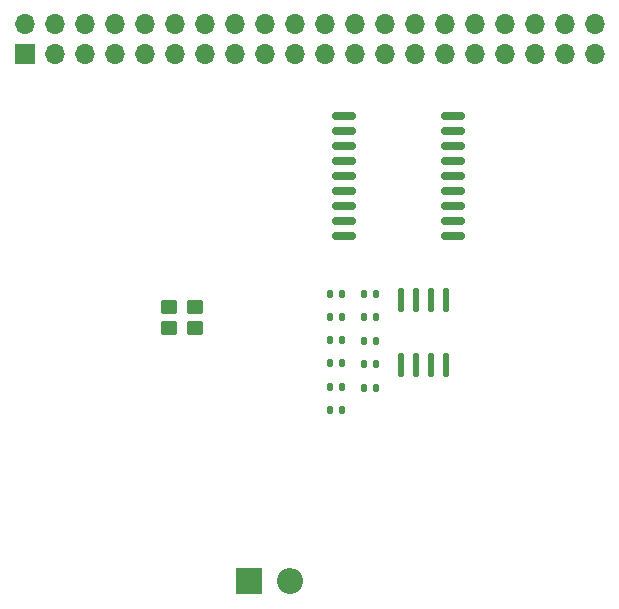
<source format=gbr>
%TF.GenerationSoftware,KiCad,Pcbnew,8.0.9*%
%TF.CreationDate,2025-09-23T01:05:25+07:00*%
%TF.ProjectId,CAN_Shield,43414e5f-5368-4696-956c-642e6b696361,rev?*%
%TF.SameCoordinates,Original*%
%TF.FileFunction,Copper,L1,Top*%
%TF.FilePolarity,Positive*%
%FSLAX46Y46*%
G04 Gerber Fmt 4.6, Leading zero omitted, Abs format (unit mm)*
G04 Created by KiCad (PCBNEW 8.0.9) date 2025-09-23 01:05:25*
%MOMM*%
%LPD*%
G01*
G04 APERTURE LIST*
G04 Aperture macros list*
%AMRoundRect*
0 Rectangle with rounded corners*
0 $1 Rounding radius*
0 $2 $3 $4 $5 $6 $7 $8 $9 X,Y pos of 4 corners*
0 Add a 4 corners polygon primitive as box body*
4,1,4,$2,$3,$4,$5,$6,$7,$8,$9,$2,$3,0*
0 Add four circle primitives for the rounded corners*
1,1,$1+$1,$2,$3*
1,1,$1+$1,$4,$5*
1,1,$1+$1,$6,$7*
1,1,$1+$1,$8,$9*
0 Add four rect primitives between the rounded corners*
20,1,$1+$1,$2,$3,$4,$5,0*
20,1,$1+$1,$4,$5,$6,$7,0*
20,1,$1+$1,$6,$7,$8,$9,0*
20,1,$1+$1,$8,$9,$2,$3,0*%
G04 Aperture macros list end*
%TA.AperFunction,ComponentPad*%
%ADD10R,2.200000X2.200000*%
%TD*%
%TA.AperFunction,ComponentPad*%
%ADD11O,2.200000X2.200000*%
%TD*%
%TA.AperFunction,SMDPad,CuDef*%
%ADD12RoundRect,0.140000X-0.140000X-0.170000X0.140000X-0.170000X0.140000X0.170000X-0.140000X0.170000X0*%
%TD*%
%TA.AperFunction,SMDPad,CuDef*%
%ADD13RoundRect,0.150000X-0.875000X-0.150000X0.875000X-0.150000X0.875000X0.150000X-0.875000X0.150000X0*%
%TD*%
%TA.AperFunction,SMDPad,CuDef*%
%ADD14RoundRect,0.250000X-0.450000X-0.350000X0.450000X-0.350000X0.450000X0.350000X-0.450000X0.350000X0*%
%TD*%
%TA.AperFunction,SMDPad,CuDef*%
%ADD15RoundRect,0.135000X-0.135000X-0.185000X0.135000X-0.185000X0.135000X0.185000X-0.135000X0.185000X0*%
%TD*%
%TA.AperFunction,SMDPad,CuDef*%
%ADD16O,0.590000X2.050000*%
%TD*%
%TA.AperFunction,ComponentPad*%
%ADD17R,1.700000X1.700000*%
%TD*%
%TA.AperFunction,ComponentPad*%
%ADD18O,1.700000X1.700000*%
%TD*%
G04 APERTURE END LIST*
D10*
%TO.P,U1,1,1*%
%TO.N,Net-(U4-CANH)*%
X27332900Y6604000D03*
D11*
%TO.P,U1,2,2*%
%TO.N,Net-(U4-CANL)*%
X30833100Y6604000D03*
%TD*%
D12*
%TO.P,C1,1*%
%TO.N,+3.3V*%
X34229000Y30972000D03*
%TO.P,C1,2*%
%TO.N,GND*%
X35189000Y30972000D03*
%TD*%
%TO.P,C4,1*%
%TO.N,GND*%
X34229000Y25062000D03*
%TO.P,C4,2*%
%TO.N,/OSC1*%
X35189000Y25062000D03*
%TD*%
D13*
%TO.P,U2,1,TXCAN*%
%TO.N,/TXCAN*%
X35355000Y45974000D03*
%TO.P,U2,2,RXCAN*%
%TO.N,/RXCAN*%
X35355000Y44704000D03*
%TO.P,U2,3,CLKOUT/SOF*%
%TO.N,unconnected-(U2-CLKOUT{slash}SOF-Pad3)*%
X35355000Y43434000D03*
%TO.P,U2,4,~{TX0RTS}*%
%TO.N,unconnected-(U2-~{TX0RTS}-Pad4)*%
X35355000Y42164000D03*
%TO.P,U2,5,~{TX1RTS}*%
%TO.N,unconnected-(U2-~{TX1RTS}-Pad5)*%
X35355000Y40894000D03*
%TO.P,U2,6,~{TX2RTS}*%
%TO.N,unconnected-(U2-~{TX2RTS}-Pad6)*%
X35355000Y39624000D03*
%TO.P,U2,7,OSC2*%
%TO.N,/OSC2*%
X35355000Y38354000D03*
%TO.P,U2,8,OSC1*%
%TO.N,/OSC1*%
X35355000Y37084000D03*
%TO.P,U2,9,VSS*%
%TO.N,GND*%
X35355000Y35814000D03*
%TO.P,U2,10,~{RX1BF}*%
%TO.N,unconnected-(U2-~{RX1BF}-Pad10)*%
X44655000Y35814000D03*
%TO.P,U2,11,~{RX0BF}*%
%TO.N,unconnected-(U2-~{RX0BF}-Pad11)*%
X44655000Y37084000D03*
%TO.P,U2,12,~{INT}*%
%TO.N,/GPIO25*%
X44655000Y38354000D03*
%TO.P,U2,13,SCK*%
%TO.N,/GPIO11{slash}SPI0.SCLK*%
X44655000Y39624000D03*
%TO.P,U2,14,SI*%
%TO.N,/GPIO10{slash}SPI0.MOSI*%
X44655000Y40894000D03*
%TO.P,U2,15,SO*%
%TO.N,/GPIO9{slash}SPI0.MISO*%
X44655000Y42164000D03*
%TO.P,U2,16,~{CS}*%
%TO.N,/GPIO8{slash}SPI0.CE0*%
X44655000Y43434000D03*
%TO.P,U2,17,~{RESET}*%
%TO.N,Net-(U2-~{RESET})*%
X44655000Y44704000D03*
%TO.P,U2,18,VDD*%
%TO.N,+3V3*%
X44655000Y45974000D03*
%TD*%
D14*
%TO.P,X1,1,OSC*%
%TO.N,/OSC2*%
X20619000Y28057000D03*
%TO.P,X1,2,GND*%
%TO.N,GND*%
X22819000Y28057000D03*
%TO.P,X1,3,OSC*%
%TO.N,/OSC1*%
X22819000Y29817000D03*
%TO.P,X1,4,GND*%
%TO.N,GND*%
X20619000Y29817000D03*
%TD*%
D15*
%TO.P,R1,1*%
%TO.N,GND*%
X37089000Y30962000D03*
%TO.P,R1,2*%
%TO.N,Net-(U4-RS)*%
X38109000Y30962000D03*
%TD*%
D12*
%TO.P,C2,1*%
%TO.N,GND*%
X34229000Y29002000D03*
%TO.P,C2,2*%
%TO.N,+3V3*%
X35189000Y29002000D03*
%TD*%
D16*
%TO.P,U4,1,D*%
%TO.N,/TXCAN*%
X40249000Y24892000D03*
%TO.P,U4,2,GND*%
%TO.N,GND*%
X41519000Y24892000D03*
%TO.P,U4,3,VCC*%
%TO.N,+3.3V*%
X42799000Y24892000D03*
%TO.P,U4,4,R*%
%TO.N,/RXCAN*%
X44069000Y24892000D03*
%TO.P,U4,5,VREF*%
%TO.N,unconnected-(U4-VREF-Pad5)*%
X44069000Y30432000D03*
%TO.P,U4,6,CANL*%
%TO.N,Net-(U4-CANL)*%
X42799000Y30432000D03*
%TO.P,U4,7,CANH*%
%TO.N,Net-(U4-CANH)*%
X41519000Y30432000D03*
%TO.P,U4,8,RS*%
%TO.N,Net-(U4-RS)*%
X40249000Y30432000D03*
%TD*%
D12*
%TO.P,C3,1*%
%TO.N,GND*%
X34229000Y27032000D03*
%TO.P,C3,2*%
%TO.N,/OSC2*%
X35189000Y27032000D03*
%TD*%
D15*
%TO.P,R3,1*%
%TO.N,+3V3*%
X37089000Y26982000D03*
%TO.P,R3,2*%
%TO.N,Net-(U2-~{RESET})*%
X38109000Y26982000D03*
%TD*%
D12*
%TO.P,C6,1*%
%TO.N,Net-(C6-Pad1)*%
X34229000Y21122000D03*
%TO.P,C6,2*%
%TO.N,GND*%
X35189000Y21122000D03*
%TD*%
D15*
%TO.P,R5,1*%
%TO.N,Net-(U4-CANL)*%
X37089000Y23002000D03*
%TO.P,R5,2*%
%TO.N,Net-(U4-CANH)*%
X38109000Y23002000D03*
%TD*%
%TO.P,R2,1*%
%TO.N,Net-(U4-CANL)*%
X37089000Y28972000D03*
%TO.P,R2,2*%
%TO.N,Net-(C5-Pad1)*%
X38109000Y28972000D03*
%TD*%
D12*
%TO.P,C5,1*%
%TO.N,Net-(C5-Pad1)*%
X34229000Y23092000D03*
%TO.P,C5,2*%
%TO.N,GND*%
X35189000Y23092000D03*
%TD*%
D15*
%TO.P,R4,1*%
%TO.N,Net-(U4-CANH)*%
X37089000Y24992000D03*
%TO.P,R4,2*%
%TO.N,Net-(C6-Pad1)*%
X38109000Y24992000D03*
%TD*%
D17*
%TO.P,J1,1,Pin_1*%
%TO.N,+3V3*%
X8370000Y51230000D03*
D18*
%TO.P,J1,2,Pin_2*%
%TO.N,+5V*%
X8370000Y53770000D03*
%TO.P,J1,3,Pin_3*%
%TO.N,/GPIO2{slash}SDA1*%
X10910000Y51230000D03*
%TO.P,J1,4,Pin_4*%
%TO.N,+5V*%
X10910000Y53770000D03*
%TO.P,J1,5,Pin_5*%
%TO.N,/GPIO3{slash}SCL1*%
X13450000Y51230000D03*
%TO.P,J1,6,Pin_6*%
%TO.N,GND*%
X13450000Y53770000D03*
%TO.P,J1,7,Pin_7*%
%TO.N,/GPIO4{slash}GPCLK0*%
X15990000Y51230000D03*
%TO.P,J1,8,Pin_8*%
%TO.N,/GPIO14{slash}TXD0*%
X15990000Y53770000D03*
%TO.P,J1,9,Pin_9*%
%TO.N,GND*%
X18530000Y51230000D03*
%TO.P,J1,10,Pin_10*%
%TO.N,/GPIO15{slash}RXD0*%
X18530000Y53770000D03*
%TO.P,J1,11,Pin_11*%
%TO.N,/GPIO17*%
X21070000Y51230000D03*
%TO.P,J1,12,Pin_12*%
%TO.N,/GPIO18{slash}PCM.CLK*%
X21070000Y53770000D03*
%TO.P,J1,13,Pin_13*%
%TO.N,/GPIO27*%
X23610000Y51230000D03*
%TO.P,J1,14,Pin_14*%
%TO.N,GND*%
X23610000Y53770000D03*
%TO.P,J1,15,Pin_15*%
%TO.N,/GPIO22*%
X26150000Y51230000D03*
%TO.P,J1,16,Pin_16*%
%TO.N,/GPIO23*%
X26150000Y53770000D03*
%TO.P,J1,17,Pin_17*%
%TO.N,+3V3*%
X28690000Y51230000D03*
%TO.P,J1,18,Pin_18*%
%TO.N,/GPIO24*%
X28690000Y53770000D03*
%TO.P,J1,19,Pin_19*%
%TO.N,/GPIO10{slash}SPI0.MOSI*%
X31230000Y51230000D03*
%TO.P,J1,20,Pin_20*%
%TO.N,GND*%
X31230000Y53770000D03*
%TO.P,J1,21,Pin_21*%
%TO.N,/GPIO9{slash}SPI0.MISO*%
X33770000Y51230000D03*
%TO.P,J1,22,Pin_22*%
%TO.N,/GPIO25*%
X33770000Y53770000D03*
%TO.P,J1,23,Pin_23*%
%TO.N,/GPIO11{slash}SPI0.SCLK*%
X36310000Y51230000D03*
%TO.P,J1,24,Pin_24*%
%TO.N,/GPIO8{slash}SPI0.CE0*%
X36310000Y53770000D03*
%TO.P,J1,25,Pin_25*%
%TO.N,GND*%
X38850000Y51230000D03*
%TO.P,J1,26,Pin_26*%
%TO.N,/GPIO7{slash}SPI0.CE1*%
X38850000Y53770000D03*
%TO.P,J1,27,Pin_27*%
%TO.N,/ID_SDA*%
X41390000Y51230000D03*
%TO.P,J1,28,Pin_28*%
%TO.N,/ID_SCL*%
X41390000Y53770000D03*
%TO.P,J1,29,Pin_29*%
%TO.N,/GPIO5*%
X43930000Y51230000D03*
%TO.P,J1,30,Pin_30*%
%TO.N,GND*%
X43930000Y53770000D03*
%TO.P,J1,31,Pin_31*%
%TO.N,/GPIO6*%
X46470000Y51230000D03*
%TO.P,J1,32,Pin_32*%
%TO.N,/GPIO12{slash}PWM0*%
X46470000Y53770000D03*
%TO.P,J1,33,Pin_33*%
%TO.N,/GPIO13{slash}PWM1*%
X49010000Y51230000D03*
%TO.P,J1,34,Pin_34*%
%TO.N,GND*%
X49010000Y53770000D03*
%TO.P,J1,35,Pin_35*%
%TO.N,/GPIO19{slash}PCM.FS*%
X51550000Y51230000D03*
%TO.P,J1,36,Pin_36*%
%TO.N,/GPIO16*%
X51550000Y53770000D03*
%TO.P,J1,37,Pin_37*%
%TO.N,/GPIO26*%
X54090000Y51230000D03*
%TO.P,J1,38,Pin_38*%
%TO.N,/GPIO20{slash}PCM.DIN*%
X54090000Y53770000D03*
%TO.P,J1,39,Pin_39*%
%TO.N,GND*%
X56630000Y51230000D03*
%TO.P,J1,40,Pin_40*%
%TO.N,/GPIO21{slash}PCM.DOUT*%
X56630000Y53770000D03*
%TD*%
M02*

</source>
